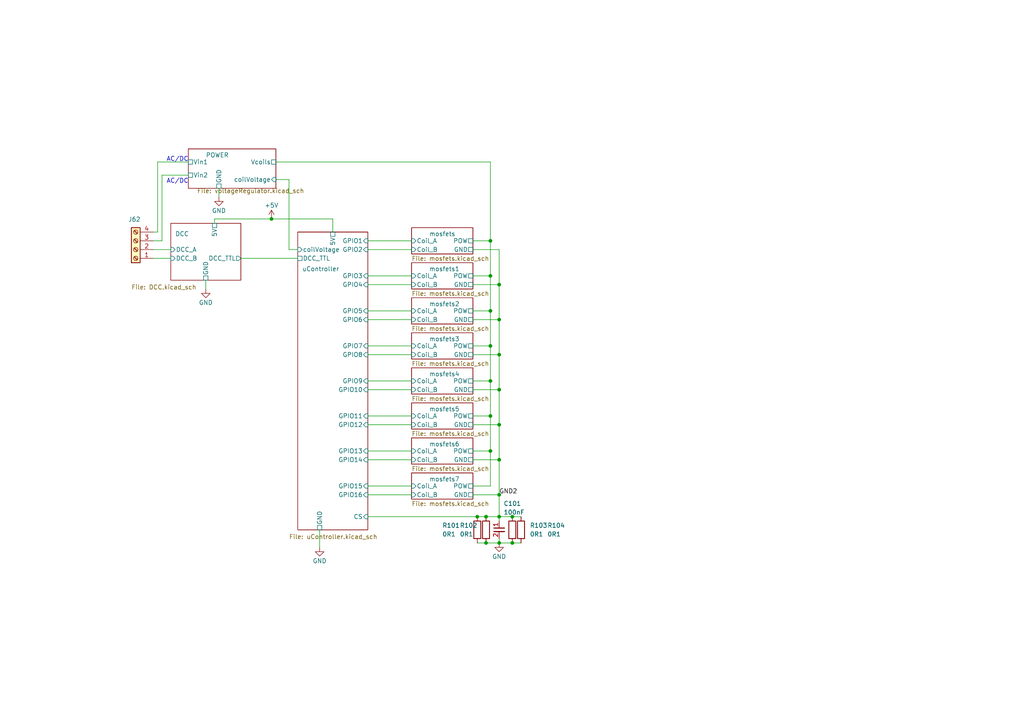
<source format=kicad_sch>
(kicad_sch (version 20231120) (generator "eeschema") (generator_version "8.0")
  (paper "A4")
  (lib_symbols
    (symbol "Connector:Screw_Terminal_01x04" (pin_names (offset 1.016) hide)
      (property "Reference" "J" (at 0 5.08 0))
      (property "Value" "Screw_Terminal_01x04" (at 0 -7.62 0))
      (symbol "Screw_Terminal_01x04_1_1"
        (rectangle (start -1.27 3.81) (end 1.27 -6.35) (stroke (width 0.254)) (fill (type background)))
        (circle (center 0 -5.08) (radius 0.635) (stroke (width 0.1524)))
        (circle (center 0 -2.54) (radius 0.635) (stroke (width 0.1524)))
        (polyline (pts (xy -0.5334 -4.7498) (xy 0.3302 -5.588)) (stroke (width 0.1524)))
        (polyline (pts (xy -0.5334 -2.2098) (xy 0.3302 -3.048)) (stroke (width 0.1524)))
        (polyline (pts (xy -0.5334 0.3302) (xy 0.3302 -0.508)) (stroke (width 0.1524)))
        (polyline (pts (xy -0.5334 2.8702) (xy 0.3302 2.032)) (stroke (width 0.1524)))
        (polyline (pts (xy -0.3556 -4.572) (xy 0.508 -5.4102)) (stroke (width 0.1524)))
        (polyline (pts (xy -0.3556 -2.032) (xy 0.508 -2.8702)) (stroke (width 0.1524)))
        (polyline (pts (xy -0.3556 0.508) (xy 0.508 -0.3302)) (stroke (width 0.1524)))
        (polyline (pts (xy -0.3556 3.048) (xy 0.508 2.2098)) (stroke (width 0.1524)))
        (circle (center 0 0) (radius 0.635) (stroke (width 0.1524)))
        (circle (center 0 2.54) (radius 0.635) (stroke (width 0.1524)))
        (pin passive line (at -5.08 2.54 0) (length 3.81) (name "Pin_1") (number "1"))
        (pin passive line (at -5.08 0 0) (length 3.81) (name "Pin_2") (number "2"))
        (pin passive line (at -5.08 -2.54 0) (length 3.81) (name "Pin_3") (number "3"))
        (pin passive line (at -5.08 -5.08 0) (length 3.81) (name "Pin_4") (number "4"))
      )
    )
    (symbol "capacitor_miscellaneous:C_0402_100nF"
      (property "Reference" "C" (at 1.27 2.54 0))
      (property "Value" "100nF" (at 3.81 -2.54 0))
      (symbol "C_0402_100nF_0_1"
        (polyline (pts (xy -1.524 -0.508) (xy 1.524 -0.508)) (stroke (width 0.3302)))
        (polyline (pts (xy -1.524 0.508) (xy 1.524 0.508)) (stroke (width 0.3048)))
      )
      (symbol "C_0402_100nF_1_1"
        (pin passive line (at 0 2.54 270) (length 2.032) (name "~") (number "1"))
        (pin passive line (at 0 -2.54 90) (length 2.032) (name "~") (number "2"))
      )
    )
    (symbol "power:+5V" (power) (pin_names (offset 0))
      (property "Value" "+5V" (at 0 3.556 0))
      (symbol "+5V_0_1"
        (polyline (pts (xy -0.762 1.27) (xy 0 2.54)))
        (polyline (pts (xy 0 0) (xy 0 2.54)))
        (polyline (pts (xy 0 2.54) (xy 0.762 1.27)))
      )
      (symbol "+5V_1_1"
        (pin power_in line (at 0 0 90) (length 0) hide (name "+5V") (number "1"))
      )
    )
    (symbol "power:GND" (power) (pin_names (offset 0))
      (property "Value" "GND" (at 0 -3.81 0))
      (symbol "GND_0_1"
        (polyline (pts (xy 0 0) (xy 0 -1.27) (xy 1.27 -1.27) (xy 0 -2.54) (xy -1.27 -1.27) (xy 0 -1.27)))
      )
      (symbol "GND_1_1"
        (pin power_in line (at 0 0 270) (length 0) hide (name "GND") (number "1"))
      )
    )
    (symbol "resistors_1206:R_0R1_1206" (pin_numbers hide) (pin_names (offset 0))
      (property "Reference" "R?" (at 1.778 1.2121 0))
      (property "Value" "0R1" (at 1.778 -1.2121 0))
      (symbol "R_0R1_1206_0_1"
        (rectangle (start -1.016 -2.54) (end 1.016 2.54) (stroke (width 0.254)))
      )
      (symbol "R_0R1_1206_1_1"
        (pin passive line (at 0 3.81 270) (length 1.27) (name "~") (number "1"))
        (pin passive line (at 0 -3.81 90) (length 1.27) (name "~") (number "2"))
      )
    )
  )
  (junction (at 144.78 149.86))
  (junction (at 138.43 149.86))
  (junction (at 140.97 149.86))
  (junction (at 142.24 100.33))
  (junction (at 148.59 149.86))
  (junction (at 142.24 110.49))
  (junction (at 144.78 102.87))
  (junction (at 142.24 69.85))
  (junction (at 142.24 130.81))
  (junction (at 142.24 80.01))
  (junction (at 144.78 92.71))
  (junction (at 78.74 63.5))
  (junction (at 144.78 157.48))
  (junction (at 144.78 143.51))
  (junction (at 144.78 82.55))
  (junction (at 140.97 157.48))
  (junction (at 142.24 90.17))
  (junction (at 144.78 133.35))
  (junction (at 144.78 123.19))
  (junction (at 142.24 120.65))
  (junction (at 148.59 157.48))
  (junction (at 144.78 113.03))
  (wire (pts (xy 80.01 46.99) (xy 142.24 46.99)))
  (wire (pts (xy 46.99 69.85) (xy 44.45 69.85)))
  (wire (pts (xy 106.68 113.03) (xy 119.38 113.03)))
  (wire (pts (xy 63.5 54.61) (xy 63.5 57.15)))
  (wire (pts (xy 62.23 63.5) (xy 78.74 63.5)))
  (wire (pts (xy 78.74 63.5) (xy 96.52 63.5)))
  (wire (pts (xy 142.24 110.49) (xy 137.16 110.49)))
  (wire (pts (xy 106.68 72.39) (xy 119.38 72.39)))
  (wire (pts (xy 62.23 64.77) (xy 62.23 63.5)))
  (wire (pts (xy 46.99 50.8) (xy 46.99 69.85)))
  (wire (pts (xy 106.68 102.87) (xy 119.38 102.87)))
  (wire (pts (xy 106.68 110.49) (xy 119.38 110.49)))
  (wire (pts (xy 142.24 80.01) (xy 137.16 80.01)))
  (wire (pts (xy 137.16 82.55) (xy 144.78 82.55)))
  (wire (pts (xy 144.78 82.55) (xy 144.78 92.71)))
  (wire (pts (xy 142.24 120.65) (xy 142.24 110.49)))
  (wire (pts (xy 142.24 100.33) (xy 142.24 90.17)))
  (wire (pts (xy 54.61 46.99) (xy 45.72 46.99)))
  (wire (pts (xy 142.24 120.65) (xy 137.16 120.65)))
  (wire (pts (xy 144.78 72.39) (xy 144.78 82.55)))
  (wire (pts (xy 142.24 90.17) (xy 142.24 80.01)))
  (wire (pts (xy 137.16 143.51) (xy 144.78 143.51)))
  (wire (pts (xy 106.68 140.97) (xy 119.38 140.97)))
  (wire (pts (xy 96.52 63.5) (xy 96.52 67.31)))
  (wire (pts (xy 106.68 130.81) (xy 119.38 130.81)))
  (wire (pts (xy 142.24 110.49) (xy 142.24 100.33)))
  (wire (pts (xy 46.99 50.8) (xy 54.61 50.8)))
  (wire (pts (xy 83.82 52.07) (xy 80.01 52.07)))
  (wire (pts (xy 142.24 46.99) (xy 142.24 69.85)))
  (wire (pts (xy 142.24 100.33) (xy 137.16 100.33)))
  (wire (pts (xy 144.78 113.03) (xy 144.78 123.19)))
  (wire (pts (xy 138.43 157.48) (xy 140.97 157.48)))
  (wire (pts (xy 44.45 67.31) (xy 45.72 67.31)))
  (wire (pts (xy 44.45 72.39) (xy 49.53 72.39)))
  (wire (pts (xy 144.78 157.48) (xy 148.59 157.48)))
  (wire (pts (xy 140.97 149.86) (xy 144.78 149.86)))
  (wire (pts (xy 148.59 149.86) (xy 151.13 149.86)))
  (wire (pts (xy 86.36 72.39) (xy 83.82 72.39)))
  (wire (pts (xy 142.24 90.17) (xy 137.16 90.17)))
  (wire (pts (xy 83.82 72.39) (xy 83.82 52.07)))
  (wire (pts (xy 137.16 140.97) (xy 142.24 140.97)))
  (wire (pts (xy 144.78 143.51) (xy 144.78 149.86)))
  (wire (pts (xy 106.68 143.51) (xy 119.38 143.51)))
  (wire (pts (xy 144.78 92.71) (xy 144.78 102.87)))
  (wire (pts (xy 144.78 133.35) (xy 144.78 143.51)))
  (wire (pts (xy 106.68 90.17) (xy 119.38 90.17)))
  (wire (pts (xy 142.24 130.81) (xy 137.16 130.81)))
  (wire (pts (xy 106.68 69.85) (xy 119.38 69.85)))
  (wire (pts (xy 45.72 46.99) (xy 45.72 67.31)))
  (wire (pts (xy 137.16 133.35) (xy 144.78 133.35)))
  (wire (pts (xy 44.45 74.93) (xy 49.53 74.93)))
  (wire (pts (xy 144.78 149.86) (xy 144.78 151.13)))
  (wire (pts (xy 137.16 123.19) (xy 144.78 123.19)))
  (wire (pts (xy 106.68 80.01) (xy 119.38 80.01)))
  (wire (pts (xy 106.68 120.65) (xy 119.38 120.65)))
  (wire (pts (xy 144.78 156.21) (xy 144.78 157.48)))
  (wire (pts (xy 92.71 153.67) (xy 92.71 158.75)))
  (wire (pts (xy 106.68 123.19) (xy 119.38 123.19)))
  (wire (pts (xy 106.68 100.33) (xy 119.38 100.33)))
  (wire (pts (xy 144.78 123.19) (xy 144.78 133.35)))
  (wire (pts (xy 138.43 149.86) (xy 140.97 149.86)))
  (wire (pts (xy 137.16 72.39) (xy 144.78 72.39)))
  (wire (pts (xy 140.97 157.48) (xy 144.78 157.48)))
  (wire (pts (xy 144.78 102.87) (xy 144.78 113.03)))
  (wire (pts (xy 144.78 149.86) (xy 148.59 149.86)))
  (wire (pts (xy 106.68 133.35) (xy 119.38 133.35)))
  (wire (pts (xy 69.85 74.93) (xy 86.36 74.93)))
  (wire (pts (xy 137.16 113.03) (xy 144.78 113.03)))
  (wire (pts (xy 142.24 80.01) (xy 142.24 69.85)))
  (wire (pts (xy 106.68 82.55) (xy 119.38 82.55)))
  (wire (pts (xy 142.24 69.85) (xy 137.16 69.85)))
  (wire (pts (xy 106.68 149.86) (xy 138.43 149.86)))
  (wire (pts (xy 148.59 157.48) (xy 151.13 157.48)))
  (wire (pts (xy 106.68 92.71) (xy 119.38 92.71)))
  (wire (pts (xy 59.69 81.28) (xy 59.69 83.82)))
  (wire (pts (xy 142.24 130.81) (xy 142.24 120.65)))
  (wire (pts (xy 137.16 102.87) (xy 144.78 102.87)))
  (wire (pts (xy 137.16 92.71) (xy 144.78 92.71)))
  (wire (pts (xy 142.24 140.97) (xy 142.24 130.81)))
  (text "AC/DC" (at 48.26 46.99 0) (effects (font (size 1.27 1.27)) (justify left bottom)))
  (text "AC/DC" (at 48.26 53.34 0) (effects (font (size 1.27 1.27)) (justify left bottom)))
  (label "GND2" (at 144.78 143.51 0))
  (symbol (lib_id "power:GND") (at 63.5 57.15 0) (unit 1)
    (property "Reference" "#PWR03" (effects (hide yes)))
    (property "Value" "GND" (at 63.5 61.095 0))
  )
  (symbol (lib_id "power:GND") (at 92.71 158.75 0) (unit 1)
    (property "Reference" "#PWR08" (effects (hide yes)))
    (property "Value" "GND" (at 92.71 162.695 0))
  )
  (symbol (lib_id "resistors_1206:R_0R1_1206") (at 151.13 153.67 0) (unit 1)
    (property "Reference" "R104" (at 158.75 152.4 0) (effects (justify left)))
    (property "Value" "0R1" (at 158.75 154.94 0) (effects (justify left)))
    (property "Footprint" "Resistor_SMD:R_1206_3216Metric" (effects (hide yes)))
    (property "Description" "Resistor" (effects (hide yes)))
    (property "JLCPCB Part#" "C25334" (effects (hide yes)))
  )
  (symbol (lib_id "capacitor_miscellaneous:C_0402_100nF") (at 144.78 153.67 0) (unit 1)
    (property "Reference" "C101" (at 146.05 146.05 0) (effects (justify left)))
    (property "Value" "100nF" (at 146.05 148.59 0) (effects (justify left)))
    (property "Footprint" "Capacitor_SMD:C_0402_1005Metric" (effects (hide yes)))
    (property "JLCPCB Part#" "C307331" (effects (hide yes)))
  )
  (symbol (lib_id "resistors_1206:R_0R1_1206") (at 140.97 153.67 0) (unit 1)
    (property "Reference" "R102" (at 133.35 152.4 0) (effects (justify left)))
    (property "Value" "0R1" (at 133.35 154.94 0) (effects (justify left)))
    (property "Footprint" "Resistor_SMD:R_1206_3216Metric" (effects (hide yes)))
    (property "Description" "Resistor" (effects (hide yes)))
    (property "JLCPCB Part#" "C25334" (effects (hide yes)))
  )
  (symbol (lib_id "Connector:Screw_Terminal_01x04") (at 39.37 72.39 180) (unit 1)
    (property "Reference" "J62" (at 38.989 63.627 0))
    (property "Value" "Screw_Terminal_01x04" (effects (hide yes)))
    (property "Footprint" "Connector_Phoenix_MC:PhoenixContact_MC_1,5_4-G-3.5_1x04_P3.50mm_Horizontal" (effects (hide yes)))
    (property "JLCPCB Part#" "C395831" (effects (hide yes)))
  )
  (symbol (lib_id "power:GND") (at 59.69 83.82 0) (unit 1)
    (property "Reference" "#PWR07" (effects (hide yes)))
    (property "Value" "GND" (at 59.69 87.765 0))
  )
  (symbol (lib_id "power:+5V") (at 78.74 63.5 0) (unit 1)
    (property "Reference" "#PWR01" (effects (hide yes)))
    (property "Value" "+5V" (at 78.74 59.555 0))
  )
  (symbol (lib_id "power:GND") (at 144.78 157.48 0) (unit 1)
    (property "Reference" "#PWR02" (effects (hide yes)))
    (property "Value" "GND" (at 144.78 161.425 0))
  )
  (symbol (lib_id "resistors_1206:R_0R1_1206") (at 138.43 153.67 0) (unit 1)
    (property "Reference" "R101" (at 128.27 152.4 0) (effects (justify left)))
    (property "Value" "0R1" (at 128.27 154.94 0) (effects (justify left)))
    (property "Footprint" "Resistor_SMD:R_1206_3216Metric" (effects (hide yes)))
    (property "Description" "Resistor" (effects (hide yes)))
    (property "JLCPCB Part#" "C25334" (effects (hide yes)))
  )
  (symbol (lib_id "resistors_1206:R_0R1_1206") (at 148.59 153.67 0) (unit 1)
    (property "Reference" "R103" (at 153.67 152.4 0) (effects (justify left)))
    (property "Value" "0R1" (at 153.67 154.94 0) (effects (justify left)))
    (property "Footprint" "Resistor_SMD:R_1206_3216Metric" (effects (hide yes)))
    (property "Description" "Resistor" (effects (hide yes)))
    (property "JLCPCB Part#" "C25334" (effects (hide yes)))
  )
  (sheet (at 119.38 76.2) (size 17.78 7.62) (stroke (width 0.1524))
    (property "Sheetname" "mosfets1" (at 124.46 78.74 0) (effects (justify left bottom)))
    (property "Sheetfile" "mosfets.kicad_sch" (at 119.38 84.4046 0) (effects (justify left top)))
    (pin "GND" passive (at 137.16 82.55 0))
    (pin "Coil_B" input (at 119.38 82.55 180))
    (pin "Coil_A" input (at 119.38 80.01 180))
    (pin "POW" passive (at 137.16 80.01 0))
  )
  (sheet (at 119.38 66.04) (size 17.78 7.62) (stroke (width 0.1524))
    (property "Sheetname" "mosfets" (at 124.46 68.58 0) (effects (justify left bottom)))
    (property "Sheetfile" "mosfets.kicad_sch" (at 119.38 74.2446 0) (effects (justify left top)))
    (pin "GND" passive (at 137.16 72.39 0))
    (pin "Coil_B" input (at 119.38 72.39 180))
    (pin "Coil_A" input (at 119.38 69.85 180))
    (pin "POW" passive (at 137.16 69.85 0))
  )
  (sheet (at 119.38 86.36) (size 17.78 7.62) (stroke (width 0.1524))
    (property "Sheetname" "mosfets2" (at 124.46 88.9 0) (effects (justify left bottom)))
    (property "Sheetfile" "mosfets.kicad_sch" (at 119.38 94.5646 0) (effects (justify left top)))
    (pin "GND" passive (at 137.16 92.71 0))
    (pin "Coil_B" input (at 119.38 92.71 180))
    (pin "Coil_A" input (at 119.38 90.17 180))
    (pin "POW" passive (at 137.16 90.17 0))
  )
  (sheet (at 49.53 64.77) (size 20.32 16.51) (stroke (width 0.1524))
    (property "Sheetname" "DCC" (at 50.8 68.58 0) (effects (justify left bottom)))
    (property "Sheetfile" "DCC.kicad_sch" (at 38.1 82.55 0) (effects (justify left top)))
    (pin "DCC_TTL" output (at 69.85 74.93 0))
    (pin "GND" passive (at 59.69 81.28 270))
    (pin "DCC_A" input (at 49.53 72.39 180))
    (pin "DCC_B" input (at 49.53 74.93 180))
    (pin "5V" passive (at 62.23 64.77 90))
  )
  (sheet (at 119.38 127) (size 17.78 7.62) (stroke (width 0.1524))
    (property "Sheetname" "mosfets6" (at 124.46 129.54 0) (effects (justify left bottom)))
    (property "Sheetfile" "mosfets.kicad_sch" (at 119.38 135.2046 0) (effects (justify left top)))
    (pin "GND" passive (at 137.16 133.35 0))
    (pin "Coil_B" input (at 119.38 133.35 180))
    (pin "Coil_A" input (at 119.38 130.81 180))
    (pin "POW" passive (at 137.16 130.81 0))
  )
  (sheet (at 54.61 43.18) (size 25.4 11.43) (stroke (width 0.1524))
    (property "Sheetname" "POWER" (at 59.69 45.72 0) (effects (justify left bottom)))
    (property "Sheetfile" "voltageRegulator.kicad_sch" (at 57.15 54.61 0) (effects (justify left top)))
    (pin "GND" passive (at 63.5 54.61 270))
    (pin "Vin1" passive (at 54.61 46.99 180))
    (pin "Vcoils" passive (at 80.01 46.99 0))
    (pin "Vin2" passive (at 54.61 50.8 180))
    (pin "coilVoltage" input (at 80.01 52.07 0))
  )
  (sheet (at 86.36 67.31) (size 20.32 86.36) (stroke (width 0.1524))
    (property "Sheetname" "uController" (at 87.63 78.74 0) (effects (justify left bottom)))
    (property "Sheetfile" "uController.kicad_sch" (at 83.82 154.94 0) (effects (justify left top)))
    (pin "GPIO6" input (at 106.68 92.71 0))
    (pin "GPIO5" input (at 106.68 90.17 0))
    (pin "GPIO4" input (at 106.68 82.55 0))
    (pin "GPIO15" input (at 106.68 140.97 0))
    (pin "GPIO16" input (at 106.68 143.51 0))
    (pin "GPIO13" input (at 106.68 130.81 0))
    (pin "GPIO14" input (at 106.68 133.35 0))
    (pin "GPIO12" input (at 106.68 123.19 0))
    (pin "GPIO11" input (at 106.68 120.65 0))
    (pin "GPIO10" input (at 106.68 113.03 0))
    (pin "GPIO7" input (at 106.68 100.33 0))
    (pin "GPIO9" input (at 106.68 110.49 0))
    (pin "GPIO8" input (at 106.68 102.87 0))
    (pin "GPIO3" input (at 106.68 80.01 0))
    (pin "GPIO1" input (at 106.68 69.85 0))
    (pin "GPIO2" input (at 106.68 72.39 0))
    (pin "DCC_TTL" passive (at 86.36 74.93 180))
    (pin "GND" passive (at 92.71 153.67 270))
    (pin "5V" passive (at 96.52 67.31 90))
    (pin "CS" input (at 106.68 149.86 0))
    (pin "coilVoltage" input (at 86.36 72.39 180))
  )
  (sheet (at 119.38 96.52) (size 17.78 7.62) (stroke (width 0.1524))
    (property "Sheetname" "mosfets3" (at 124.46 99.06 0) (effects (justify left bottom)))
    (property "Sheetfile" "mosfets.kicad_sch" (at 119.38 104.7246 0) (effects (justify left top)))
    (pin "GND" passive (at 137.16 102.87 0))
    (pin "Coil_B" input (at 119.38 102.87 180))
    (pin "Coil_A" input (at 119.38 100.33 180))
    (pin "POW" passive (at 137.16 100.33 0))
  )
  (sheet (at 119.38 116.84) (size 17.78 7.62) (stroke (width 0.1524))
    (property "Sheetname" "mosfets5" (at 124.46 119.38 0) (effects (justify left bottom)))
    (property "Sheetfile" "mosfets.kicad_sch" (at 119.38 125.0446 0) (effects (justify left top)))
    (pin "GND" passive (at 137.16 123.19 0))
    (pin "Coil_B" input (at 119.38 123.19 180))
    (pin "Coil_A" input (at 119.38 120.65 180))
    (pin "POW" passive (at 137.16 120.65 0))
  )
  (sheet (at 119.38 106.68) (size 17.78 7.62) (stroke (width 0.1524))
    (property "Sheetname" "mosfets4" (at 124.46 109.22 0) (effects (justify left bottom)))
    (property "Sheetfile" "mosfets.kicad_sch" (at 119.38 114.8846 0) (effects (justify left top)))
    (pin "GND" passive (at 137.16 113.03 0))
    (pin "Coil_B" input (at 119.38 113.03 180))
    (pin "Coil_A" input (at 119.38 110.49 180))
    (pin "POW" passive (at 137.16 110.49 0))
  )
  (sheet (at 119.38 137.16) (size 17.78 7.62) (stroke (width 0.1524))
    (property "Sheetname" "mosfets7" (at 124.46 139.7 0) (effects (justify left bottom)))
    (property "Sheetfile" "mosfets.kicad_sch" (at 119.38 145.3646 0) (effects (justify left top)))
    (pin "GND" passive (at 137.16 143.51 0))
    (pin "Coil_B" input (at 119.38 143.51 180))
    (pin "Coil_A" input (at 119.38 140.97 180))
    (pin "POW" passive (at 137.16 140.97 0))
  )
)
</source>
